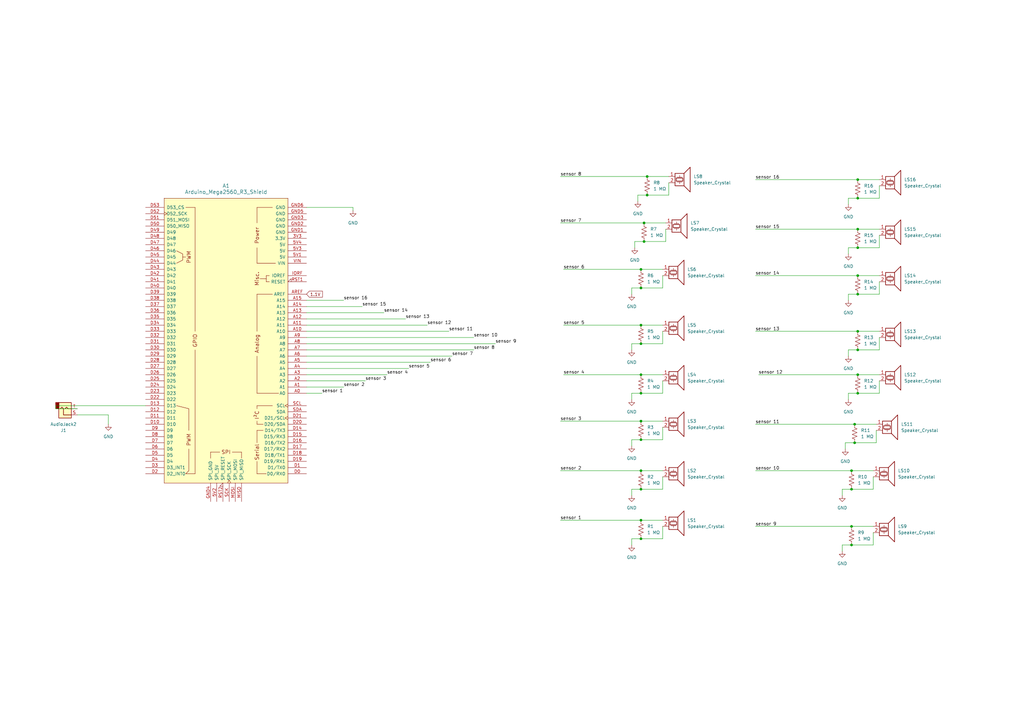
<source format=kicad_sch>
(kicad_sch (version 20230121) (generator eeschema)
  (paper "A3")
  (title_block (title "ENT3320_Schematic") (date "2024-04-09") (rev "5"))
  (lib_symbols
    (symbol "Connector_Audio:AudioJack2"
      (property "Reference" "J" (at 0 8.89 0))
      (property "Value" "AudioJack2" (at 0 6.35 0))
      (symbol "AudioJack2_0_1"
        (rectangle (start -3.81 0) (end -2.54 -2.54) (stroke (width 0.254)) (fill (type outline)))
        (rectangle (start -2.54 3.81) (end 2.54 -2.54) (stroke (width 0.254)) (fill (type background)))
        (polyline (pts (xy 0 0) (xy 0.635 -0.635) (xy 1.27 0) (xy 2.54 0)) (stroke (width 0.254)))
        (polyline (pts (xy 2.54 2.54) (xy -0.635 2.54) (xy -0.635 0) (xy -1.27 -0.635) (xy -1.905 0)) (stroke (width 0.254)))
      )
      (symbol "AudioJack2_1_1"
        (pin passive line (at 5.08 2.54 180) (length 2.54) (name "~") (number "S"))
        (pin passive line (at 5.08 0 180) (length 2.54) (name "~") (number "T"))
      )
    )
    (symbol "Device:R_US" (pin_numbers hide) (pin_names (offset 0))
      (property "Reference" "R" (at 2.54 0 90))
      (property "Value" "R_US" (at -2.54 0 90))
      (symbol "R_US_0_1"
        (polyline (pts (xy 0 -2.286) (xy 0 -2.54)))
        (polyline (pts (xy 0 2.286) (xy 0 2.54)))
        (polyline (pts (xy 0 -0.762) (xy 1.016 -1.143) (xy 0 -1.524) (xy -1.016 -1.905) (xy 0 -2.286)))
        (polyline (pts (xy 0 0.762) (xy 1.016 0.381) (xy 0 0) (xy -1.016 -0.381) (xy 0 -0.762)))
        (polyline (pts (xy 0 2.286) (xy 1.016 1.905) (xy 0 1.524) (xy -1.016 1.143) (xy 0 0.762)))
      )
      (symbol "R_US_1_1"
        (pin passive line (at 0 3.81 270) (length 1.27) (name "~") (number "1"))
        (pin passive line (at 0 -3.81 90) (length 1.27) (name "~") (number "2"))
      )
    )
    (symbol "Device:Speaker_Crystal" (pin_names (offset 0) hide)
      (property "Reference" "LS" (at 0.635 5.715 0))
      (property "Value" "Speaker_Crystal" (at 0.635 3.81 0))
      (symbol "Speaker_Crystal_0_0"
        (rectangle (start -2.54 1.27) (end 1.143 -3.81) (stroke (width 0.254)))
        (rectangle (start -2.032 -0.635) (end 0.635 -1.905) (stroke (width 0.254)))
        (polyline (pts (xy -1.651 -2.286) (xy 0.381 -2.286)))
        (polyline (pts (xy -1.651 -0.254) (xy 0.381 -0.254)))
        (polyline (pts (xy -0.635 -2.286) (xy -0.635 -3.048)))
        (polyline (pts (xy -0.635 -0.254) (xy -0.635 0.508)))
        (polyline (pts (xy 1.143 1.27) (xy 3.683 3.81) (xy 3.683 -6.35) (xy 1.143 -3.81)) (stroke (width 0.254)))
      )
      (symbol "Speaker_Crystal_1_1"
        (pin input line (at -5.08 0 0) (length 2.54) (name "1") (number "1"))
        (pin input line (at -5.08 -2.54 0) (length 2.54) (name "2") (number "2"))
      )
    )
    (symbol "PCM_arduino-library:Arduino_Mega2560_R3_Shield" (pin_names (offset 1.016))
      (property "Reference" "A" (at 0 -62.23 0))
      (property "Value" "Arduino_Mega2560_R3_Shield" (at 0 -66.04 0))
      (symbol "Arduino_Mega2560_R3_Shield_0_0"
        (rectangle (start -25.4 -58.42) (end 25.4 58.42) (fill (type background)))
        (rectangle (start -20.32 -31.75) (end -12.7 -31.75))
        (rectangle (start -19.05 -54.61) (end -12.7 -54.61))
        (rectangle (start -19.05 -19.05) (end -12.7 -19.05))
        (rectangle (start -19.05 26.67) (end -12.7 26.67))
        (rectangle (start -17.78 -26.67) (end -16.51 -26.67))
        (rectangle (start -17.78 -24.13) (end -16.51 -24.13))
        (rectangle (start -16.51 -25.4) (end -13.97 -25.4))
        (rectangle (start -16.51 -24.13) (end -16.51 -26.67))
        (rectangle (start -16.51 54.61) (end -12.7 54.61))
        (rectangle (start -15.24 34.29) (end -12.7 34.29))
        (rectangle (start -15.24 36.83) (end -12.7 36.83))
        (rectangle (start -12.7 -54.61) (end -12.7 -48.26))
        (rectangle (start -12.7 -31.75) (end -12.7 -38.1))
        (rectangle (start -12.7 26.67) (end -12.7 27.94))
        (rectangle (start -12.7 34.29) (end -12.7 33.02))
        (rectangle (start -12.7 41.91) (end -12.7 36.83))
        (rectangle (start -12.7 49.53) (end -12.7 54.61))
        (rectangle (start -6.35 48.26) (end -6.35 45.72))
        (rectangle (start -2.54 45.72) (end -6.35 45.72))
        (polyline (pts (xy -21.59 21.59) (xy -12.7 21.59)))
        (polyline (pts (xy -12.7 -19.05) (xy -12.7 -3.81)))
        (polyline (pts (xy -12.7 6.35) (xy -12.7 21.59)))
        (polyline (pts (xy 12.7 -54.61) (xy 16.51 -54.61)))
        (polyline (pts (xy 12.7 54.61) (xy 16.51 54.61)))
        (polyline (pts (xy 17.78 -34.29) (xy 16.51 -34.29)))
        (polyline (pts (xy 15.24 36.83) (xy 15.24 27.94) (xy 20.32 26.67)))
        (polyline (pts (xy 15.24 44.45) (xy 15.24 53.34) (xy 16.51 54.61)))
        (polyline (pts (xy 20.32 -31.75) (xy 17.78 -33.02) (xy 17.78 -35.56) (xy 20.32 -36.83)))
        (rectangle (start 6.35 45.72) (end 2.54 45.72))
        (rectangle (start 6.35 48.26) (end 6.35 45.72))
        (text "Analog" (at -12.7 1.27 900) (effects (font (size 1.524 1.524))))
        (text "I²C" (at -12.7 30.48 900) (effects (font (size 1.524 1.524))))
        (text "Misc." (at -12.7 -25.4 900) (effects (font (size 1.524 1.524))))
        (text "Power" (at -12.7 -43.18 900) (effects (font (size 1.524 1.524))))
        (text "PWM" (at 15.24 -34.29 900) (effects (font (size 1.524 1.524))))
        (text "PWM" (at 15.24 40.64 900) (effects (font (size 1.524 1.524))))
        (text "Serial" (at -12.7 45.72 900) (effects (font (size 1.524 1.524))))
        (text "SPI" (at 0 45.72 0) (effects (font (size 1.524 1.524))))
      )
      (symbol "Arduino_Mega2560_R3_Shield_1_0"
        (rectangle (start 12.7 -54.61) (end 12.7 -3.81))
        (rectangle (start 12.7 54.61) (end 12.7 3.81))
        (text "GPIO" (at 12.7 0 900) (effects (font (size 1.524 1.524))))
      )
      (symbol "Arduino_Mega2560_R3_Shield_1_1"
        (pin power_out line (at -33.02 -41.91 0) (length 7.62) (name "3.3V") (number "3V3"))
        (pin power_in line (at -33.02 -34.29 0) (length 7.62) (name "5V") (number "5V1"))
        (pin power_in line (at 3.81 66.04 270) (length 7.62) (name "SPI_5V") (number "5V2"))
        (pin power_in line (at -33.02 -36.83 0) (length 7.62) (name "5V") (number "5V3"))
        (pin power_in line (at -33.02 -39.37 0) (length 7.62) (name "5V") (number "5V4"))
        (pin bidirectional line (at -33.02 21.59 0) (length 7.62) (name "A0") (number "A0"))
        (pin bidirectional line (at -33.02 19.05 0) (length 7.62) (name "A1") (number "A1"))
        (pin bidirectional line (at -33.02 -3.81 0) (length 7.62) (name "A10") (number "A10"))
        (pin bidirectional line (at -33.02 -6.35 0) (length 7.62) (name "A11") (number "A11"))
        (pin bidirectional line (at -33.02 -8.89 0) (length 7.62) (name "A12") (number "A12"))
        (pin bidirectional line (at -33.02 -11.43 0) (length 7.62) (name "A13") (number "A13"))
        (pin bidirectional line (at -33.02 -13.97 0) (length 7.62) (name "A14") (number "A14"))
        (pin bidirectional line (at -33.02 -16.51 0) (length 7.62) (name "A15") (number "A15"))
        (pin bidirectional line (at -33.02 16.51 0) (length 7.62) (name "A2") (number "A2"))
        (pin bidirectional line (at -33.02 13.97 0) (length 7.62) (name "A3") (number "A3"))
        (pin bidirectional line (at -33.02 11.43 0) (length 7.62) (name "A4") (number "A4"))
        (pin bidirectional line (at -33.02 8.89 0) (length 7.62) (name "A5") (number "A5"))
        (pin bidirectional line (at -33.02 6.35 0) (length 7.62) (name "A6") (number "A6"))
        (pin bidirectional line (at -33.02 3.81 0) (length 7.62) (name "A7") (number "A7"))
        (pin bidirectional line (at -33.02 1.27 0) (length 7.62) (name "A8") (number "A8"))
        (pin bidirectional line (at -33.02 -1.27 0) (length 7.62) (name "A9") (number "A9"))
        (pin input line (at -33.02 -19.05 0) (length 7.62) (name "AREF") (number "AREF"))
        (pin bidirectional line (at -33.02 54.61 0) (length 7.62) (name "D0/RX0") (number "D0"))
        (pin bidirectional line (at -33.02 52.07 0) (length 7.62) (name "D1/TX0") (number "D1"))
        (pin bidirectional line (at 33.02 34.29 180) (length 7.62) (name "D10") (number "D10"))
        (pin bidirectional line (at 33.02 31.75 180) (length 7.62) (name "D11") (number "D11"))
        (pin bidirectional line (at 33.02 29.21 180) (length 7.62) (name "D12") (number "D12"))
        (pin bidirectional line (at 33.02 26.67 180) (length 7.62) (name "D13") (number "D13"))
        (pin bidirectional line (at -33.02 36.83 0) (length 7.62) (name "D14/TX3") (number "D14"))
        (pin bidirectional line (at -33.02 39.37 0) (length 7.62) (name "D15/RX3") (number "D15"))
        (pin bidirectional line (at -33.02 41.91 0) (length 7.62) (name "D16/TX2") (number "D16"))
        (pin bidirectional line (at -33.02 44.45 0) (length 7.62) (name "D17/RX2") (number "D17"))
        (pin bidirectional line (at -33.02 46.99 0) (length 7.62) (name "D18/TX1") (number "D18"))
        (pin bidirectional line (at -33.02 49.53 0) (length 7.62) (name "D19/RX1") (number "D19"))
        (pin bidirectional line (at 33.02 54.61 180) (length 7.62) (name "D2_INT0") (number "D2"))
        (pin bidirectional line (at -33.02 34.29 0) (length 7.62) (name "D20/SDA") (number "D20"))
        (pin bidirectional clock (at -33.02 31.75 0) (length 7.62) (name "D21/SCL") (number "D21"))
        (pin bidirectional line (at 33.02 24.13 180) (length 7.62) (name "D22") (number "D22"))
        (pin bidirectional line (at 33.02 21.59 180) (length 7.62) (name "D23") (number "D23"))
        (pin bidirectional line (at 33.02 19.05 180) (length 7.62) (name "D24") (number "D24"))
        (pin bidirectional line (at 33.02 16.51 180) (length 7.62) (name "D25") (number "D25"))
        (pin bidirectional line (at 33.02 13.97 180) (length 7.62) (name "D26") (number "D26"))
        (pin bidirectional line (at 33.02 11.43 180) (length 7.62) (name "D27") (number "D27"))
        (pin bidirectional line (at 33.02 8.89 180) (length 7.62) (name "D28") (number "D28"))
        (pin bidirectional line (at 33.02 6.35 180) (length 7.62) (name "D29") (number "D29"))
        (pin bidirectional line (at 33.02 52.07 180) (length 7.62) (name "D3_INT1") (number "D3"))
        (pin bidirectional line (at 33.02 3.81 180) (length 7.62) (name "D30") (number "D30"))
        (pin bidirectional line (at 33.02 1.27 180) (length 7.62) (name "D31") (number "D31"))
        (pin bidirectional line (at 33.02 -1.27 180) (length 7.62) (name "D32") (number "D32"))
        (pin bidirectional line (at 33.02 -3.81 180) (length 7.62) (name "D33") (number "D33"))
        (pin bidirectional line (at 33.02 -6.35 180) (length 7.62) (name "D34") (number "D34"))
        (pin bidirectional line (at 33.02 -8.89 180) (length 7.62) (name "D35") (number "D35"))
        (pin bidirectional line (at 33.02 -11.43 180) (length 7.62) (name "D36") (number "D36"))
        (pin bidirectional line (at 33.02 -13.97 180) (length 7.62) (name "D37") (number "D37"))
        (pin bidirectional line (at 33.02 -16.51 180) (length 7.62) (name "D38") (number "D38"))
        (pin bidirectional line (at 33.02 -19.05 180) (length 7.62) (name "D39") (number "D39"))
        (pin bidirectional line (at 33.02 49.53 180) (length 7.62) (name "D4") (number "D4"))
        (pin bidirectional line (at 33.02 -21.59 180) (length 7.62) (name "D40") (number "D40"))
        (pin bidirectional line (at 33.02 -24.13 180) (length 7.62) (name "D41") (number "D41"))
        (pin bidirectional line (at 33.02 -26.67 180) (length 7.62) (name "D42") (number "D42"))
        (pin bidirectional line (at 33.02 -29.21 180) (length 7.62) (name "D43") (number "D43"))
        (pin bidirectional line (at 33.02 -31.75 180) (length 7.62) (name "D44") (number "D44"))
        (pin bidirectional line (at 33.02 -34.29 180) (length 7.62) (name "D45") (number "D45"))
        (pin bidirectional line (at 33.02 -36.83 180) (length 7.62) (name "D46") (number "D46"))
        (pin bidirectional line (at 33.02 -39.37 180) (length 7.62) (name "D47") (number "D47"))
        (pin bidirectional line (at 33.02 -41.91 180) (length 7.62) (name "D48") (number "D48"))
        (pin bidirectional line (at 33.02 -44.45 180) (length 7.62) (name "D49") (number "D49"))
        (pin bidirectional line (at 33.02 46.99 180) (length 7.62) (name "D5") (number "D5"))
        (pin bidirectional line (at 33.02 -46.99 180) (length 7.62) (name "D50_MISO") (number "D50"))
        (pin bidirectional line (at 33.02 -49.53 180) (length 7.62) (name "D51_MOSI") (number "D51"))
        (pin bidirectional clock (at 33.02 -52.07 180) (length 7.62) (name "D52_SCK") (number "D52"))
        (pin bidirectional line (at 33.02 -54.61 180) (length 7.62) (name "D53_CS") (number "D53"))
        (pin bidirectional line (at 33.02 44.45 180) (length 7.62) (name "D6") (number "D6"))
        (pin bidirectional line (at 33.02 41.91 180) (length 7.62) (name "D7") (number "D7"))
        (pin bidirectional line (at 33.02 39.37 180) (length 7.62) (name "D8") (number "D8"))
        (pin bidirectional line (at 33.02 36.83 180) (length 7.62) (name "D9") (number "D9"))
        (pin power_in line (at -33.02 -44.45 0) (length 7.62) (name "GND") (number "GND1"))
        (pin power_in line (at -33.02 -46.99 0) (length 7.62) (name "GND") (number "GND2"))
        (pin power_in line (at -33.02 -49.53 0) (length 7.62) (name "GND") (number "GND3"))
        (pin power_in line (at 6.35 66.04 270) (length 7.62) (name "SPI_GND") (number "GND4"))
        (pin power_in line (at -33.02 -52.07 0) (length 7.62) (name "GND") (number "GND5"))
        (pin power_in line (at -33.02 -54.61 0) (length 7.62) (name "GND") (number "GND6"))
        (pin output line (at -33.02 -26.67 0) (length 7.62) (name "IOREF") (number "IORF"))
        (pin input line (at -6.35 66.04 270) (length 7.62) (name "SPI_MISO") (number "MISO"))
        (pin output line (at -3.81 66.04 270) (length 7.62) (name "SPI_MOSI") (number "MOSI"))
        (pin open_collector input_low (at -33.02 -24.13 0) (length 7.62) (name "RESET") (number "RST1"))
        (pin open_collector input_low (at 1.27 66.04 270) (length 7.62) (name "SPI_RESET") (number "RST2"))
        (pin output clock (at -1.27 66.04 270) (length 7.62) (name "SPI_SCK") (number "SCK"))
        (pin bidirectional clock (at -33.02 26.67 0) (length 7.62) (name "SCL") (number "SCL"))
        (pin bidirectional line (at -33.02 29.21 0) (length 7.62) (name "SDA") (number "SDA"))
        (pin power_in line (at -33.02 -31.75 0) (length 7.62) (name "VIN") (number "VIN"))
      )
    )
    (symbol "power:GND" (power) (pin_names (offset 0))
      (property "Value" "GND" (at 0 -3.81 0))
      (symbol "GND_0_1"
        (polyline (pts (xy 0 0) (xy 0 -1.27) (xy 1.27 -1.27) (xy 0 -2.54) (xy -1.27 -1.27) (xy 0 -1.27)))
      )
      (symbol "GND_1_1"
        (pin power_in line (at 0 0 270) (length 0) hide (name "GND") (number "1"))
      )
    )
  )
  (junction (at 262.89 161.29))
  (junction (at 262.89 213.36))
  (junction (at 351.79 135.89))
  (junction (at 262.89 110.49))
  (junction (at 351.79 101.6))
  (junction (at 350.52 173.99))
  (junction (at 351.79 120.65))
  (junction (at 262.89 193.04))
  (junction (at 349.25 193.04))
  (junction (at 351.79 161.29))
  (junction (at 262.89 133.35))
  (junction (at 351.79 73.66))
  (junction (at 265.43 72.39))
  (junction (at 265.43 80.01))
  (junction (at 262.89 200.66))
  (junction (at 351.79 81.28))
  (junction (at 351.79 143.51))
  (junction (at 349.25 200.66))
  (junction (at 351.79 93.98))
  (junction (at 262.89 180.34))
  (junction (at 262.89 118.11))
  (junction (at 351.79 113.03))
  (junction (at 262.89 153.67))
  (junction (at 351.79 153.67))
  (junction (at 264.16 99.06))
  (junction (at 262.89 140.97))
  (junction (at 262.89 220.98))
  (junction (at 349.25 215.9))
  (junction (at 349.25 223.52))
  (junction (at 264.16 91.44))
  (junction (at 262.89 172.72))
  (junction (at 350.52 181.61))
  (wire (pts (xy 271.78 220.98) (xy 271.78 215.9)))
  (wire (pts (xy 360.68 101.6) (xy 360.68 96.52)))
  (wire (pts (xy 271.78 140.97) (xy 271.78 135.89)))
  (wire (pts (xy 262.89 200.66) (xy 259.08 200.66)))
  (wire (pts (xy 309.88 113.03) (xy 351.79 113.03)))
  (wire (pts (xy 351.79 120.65) (xy 347.98 120.65)))
  (wire (pts (xy 360.68 81.28) (xy 360.68 76.2)))
  (wire (pts (xy 347.98 101.6) (xy 347.98 104.14)))
  (wire (pts (xy 265.43 72.39) (xy 274.32 72.39)))
  (wire (pts (xy 351.79 73.66) (xy 360.68 73.66)))
  (wire (pts (xy 229.87 193.04) (xy 262.89 193.04)))
  (wire (pts (xy 309.88 93.98) (xy 351.79 93.98)))
  (wire (pts (xy 347.98 161.29) (xy 347.98 163.83)))
  (wire (pts (xy 350.52 173.99) (xy 359.41 173.99)))
  (wire (pts (xy 262.89 161.29) (xy 271.78 161.29)))
  (wire (pts (xy 125.73 133.35) (xy 175.26 133.35)))
  (wire (pts (xy 229.87 72.39) (xy 265.43 72.39)))
  (wire (pts (xy 125.73 125.73) (xy 148.59 125.73)))
  (wire (pts (xy 31.75 167.64) (xy 22.86 167.64)))
  (wire (pts (xy 273.05 99.06) (xy 273.05 93.98)))
  (wire (pts (xy 44.45 170.18) (xy 44.45 173.99)))
  (wire (pts (xy 359.41 181.61) (xy 359.41 176.53)))
  (wire (pts (xy 351.79 120.65) (xy 360.68 120.65)))
  (wire (pts (xy 349.25 200.66) (xy 358.14 200.66)))
  (wire (pts (xy 125.73 138.43) (xy 194.31 138.43)))
  (wire (pts (xy 125.73 135.89) (xy 184.15 135.89)))
  (wire (pts (xy 262.89 193.04) (xy 271.78 193.04)))
  (wire (pts (xy 345.44 223.52) (xy 345.44 226.06)))
  (wire (pts (xy 144.78 85.09) (xy 144.78 86.36)))
  (wire (pts (xy 262.89 133.35) (xy 271.78 133.35)))
  (wire (pts (xy 271.78 118.11) (xy 271.78 113.03)))
  (wire (pts (xy 260.35 99.06) (xy 260.35 101.6)))
  (wire (pts (xy 259.08 200.66) (xy 259.08 203.2)))
  (wire (pts (xy 351.79 143.51) (xy 347.98 143.51)))
  (wire (pts (xy 125.73 128.27) (xy 157.48 128.27)))
  (wire (pts (xy 125.73 151.13) (xy 167.64 151.13)))
  (wire (pts (xy 125.73 143.51) (xy 194.31 143.51)))
  (wire (pts (xy 309.88 215.9) (xy 349.25 215.9)))
  (wire (pts (xy 259.08 118.11) (xy 259.08 120.65)))
  (wire (pts (xy 358.14 223.52) (xy 358.14 218.44)))
  (wire (pts (xy 125.73 158.75) (xy 140.97 158.75)))
  (wire (pts (xy 311.15 153.67) (xy 351.79 153.67)))
  (wire (pts (xy 349.25 223.52) (xy 345.44 223.52)))
  (wire (pts (xy 262.89 118.11) (xy 271.78 118.11)))
  (wire (pts (xy 274.32 80.01) (xy 274.32 74.93)))
  (wire (pts (xy 262.89 172.72) (xy 271.78 172.72)))
  (wire (pts (xy 229.87 91.44) (xy 264.16 91.44)))
  (wire (pts (xy 259.08 180.34) (xy 259.08 182.88)))
  (wire (pts (xy 351.79 101.6) (xy 360.68 101.6)))
  (wire (pts (xy 360.68 161.29) (xy 360.68 156.21)))
  (wire (pts (xy 264.16 99.06) (xy 273.05 99.06)))
  (wire (pts (xy 262.89 220.98) (xy 271.78 220.98)))
  (wire (pts (xy 271.78 161.29) (xy 271.78 156.21)))
  (wire (pts (xy 125.73 148.59) (xy 176.53 148.59)))
  (wire (pts (xy 125.73 156.21) (xy 149.86 156.21)))
  (wire (pts (xy 347.98 81.28) (xy 347.98 83.82)))
  (wire (pts (xy 22.86 167.64) (xy 22.86 166.37)))
  (wire (pts (xy 262.89 220.98) (xy 259.08 220.98)))
  (wire (pts (xy 125.73 123.19) (xy 140.97 123.19)))
  (wire (pts (xy 265.43 80.01) (xy 274.32 80.01)))
  (wire (pts (xy 351.79 81.28) (xy 347.98 81.28)))
  (wire (pts (xy 309.88 135.89) (xy 351.79 135.89)))
  (wire (pts (xy 309.88 193.04) (xy 349.25 193.04)))
  (wire (pts (xy 262.89 200.66) (xy 271.78 200.66)))
  (wire (pts (xy 351.79 113.03) (xy 360.68 113.03)))
  (wire (pts (xy 125.73 161.29) (xy 132.08 161.29)))
  (wire (pts (xy 345.44 200.66) (xy 345.44 203.2)))
  (wire (pts (xy 346.71 181.61) (xy 346.71 184.15)))
  (wire (pts (xy 351.79 93.98) (xy 360.68 93.98)))
  (wire (pts (xy 231.14 153.67) (xy 262.89 153.67)))
  (wire (pts (xy 351.79 143.51) (xy 360.68 143.51)))
  (wire (pts (xy 309.88 173.99) (xy 350.52 173.99)))
  (wire (pts (xy 229.87 213.36) (xy 262.89 213.36)))
  (wire (pts (xy 229.87 172.72) (xy 262.89 172.72)))
  (wire (pts (xy 125.73 153.67) (xy 158.75 153.67)))
  (wire (pts (xy 349.25 223.52) (xy 358.14 223.52)))
  (wire (pts (xy 349.25 200.66) (xy 345.44 200.66)))
  (wire (pts (xy 125.73 85.09) (xy 144.78 85.09)))
  (wire (pts (xy 259.08 140.97) (xy 259.08 143.51)))
  (wire (pts (xy 262.89 180.34) (xy 271.78 180.34)))
  (wire (pts (xy 350.52 181.61) (xy 346.71 181.61)))
  (wire (pts (xy 351.79 153.67) (xy 360.68 153.67)))
  (wire (pts (xy 262.89 180.34) (xy 259.08 180.34)))
  (wire (pts (xy 351.79 135.89) (xy 360.68 135.89)))
  (wire (pts (xy 264.16 99.06) (xy 260.35 99.06)))
  (wire (pts (xy 261.62 80.01) (xy 261.62 82.55)))
  (wire (pts (xy 351.79 81.28) (xy 360.68 81.28)))
  (wire (pts (xy 351.79 161.29) (xy 360.68 161.29)))
  (wire (pts (xy 262.89 140.97) (xy 271.78 140.97)))
  (wire (pts (xy 360.68 120.65) (xy 360.68 115.57)))
  (wire (pts (xy 125.73 130.81) (xy 166.37 130.81)))
  (wire (pts (xy 309.88 73.66) (xy 351.79 73.66)))
  (wire (pts (xy 347.98 143.51) (xy 347.98 146.05)))
  (wire (pts (xy 264.16 91.44) (xy 273.05 91.44)))
  (wire (pts (xy 347.98 120.65) (xy 347.98 123.19)))
  (wire (pts (xy 262.89 118.11) (xy 259.08 118.11)))
  (wire (pts (xy 259.08 161.29) (xy 259.08 163.83)))
  (wire (pts (xy 358.14 200.66) (xy 358.14 195.58)))
  (wire (pts (xy 259.08 220.98) (xy 259.08 223.52)))
  (wire (pts (xy 262.89 213.36) (xy 271.78 213.36)))
  (wire (pts (xy 262.89 110.49) (xy 271.78 110.49)))
  (wire (pts (xy 125.73 140.97) (xy 203.2 140.97)))
  (wire (pts (xy 271.78 180.34) (xy 271.78 175.26)))
  (wire (pts (xy 271.78 200.66) (xy 271.78 195.58)))
  (wire (pts (xy 125.73 146.05) (xy 185.42 146.05)))
  (wire (pts (xy 262.89 140.97) (xy 259.08 140.97)))
  (wire (pts (xy 349.25 215.9) (xy 358.14 215.9)))
  (wire (pts (xy 351.79 161.29) (xy 347.98 161.29)))
  (wire (pts (xy 31.75 170.18) (xy 44.45 170.18)))
  (wire (pts (xy 262.89 153.67) (xy 271.78 153.67)))
  (wire (pts (xy 231.14 110.49) (xy 262.89 110.49)))
  (wire (pts (xy 265.43 80.01) (xy 261.62 80.01)))
  (wire (pts (xy 22.86 166.37) (xy 59.69 166.37)))
  (wire (pts (xy 351.79 101.6) (xy 347.98 101.6)))
  (wire (pts (xy 360.68 143.51) (xy 360.68 138.43)))
  (wire (pts (xy 262.89 161.29) (xy 259.08 161.29)))
  (wire (pts (xy 231.14 133.35) (xy 262.89 133.35)))
  (wire (pts (xy 350.52 181.61) (xy 359.41 181.61)))
  (wire (pts (xy 349.25 193.04) (xy 358.14 193.04)))
  (label "sensor 7" (at 185.42 146.05 0))
  (label "sensor 4" (at 231.14 153.67 0))
  (label "sensor 15" (at 309.88 93.98 0))
  (label "sensor 6" (at 176.53 148.59 0))
  (label "sensor 6" (at 231.14 110.49 0))
  (label "sensor 16" (at 309.88 73.66 0))
  (label "sensor 14" (at 157.48 128.27 0))
  (label "sensor 7" (at 229.87 91.44 0))
  (label "sensor 15" (at 148.59 125.73 0))
  (label "sensor 2" (at 140.97 158.75 0))
  (label "sensor 13" (at 309.88 135.89 0))
  (label "sensor 10" (at 309.88 193.04 0))
  (label "sensor 2" (at 229.87 193.04 0))
  (label "sensor 9" (at 309.88 215.9 0))
  (label "sensor 13" (at 166.37 130.81 0))
  (label "sensor 4" (at 158.75 153.67 0))
  (label "sensor 1" (at 132.08 161.29 0))
  (label "sensor 12" (at 175.26 133.35 0))
  (label "sensor 8" (at 229.87 72.39 0))
  (label "sensor 1" (at 229.87 213.36 0))
  (label "sensor 5" (at 167.64 151.13 0))
  (label "sensor 5" (at 231.14 133.35 0))
  (label "sensor 3" (at 229.87 172.72 0))
  (label "sensor 14" (at 309.88 113.03 0))
  (label "sensor 12" (at 311.15 153.67 0))
  (label "sensor 11" (at 309.88 173.99 0))
  (label "sensor 16" (at 140.97 123.19 0))
  (label "sensor 8" (at 194.31 143.51 0))
  (label "sensor 11" (at 184.15 135.89 0))
  (label "sensor 3" (at 149.86 156.21 0))
  (label "sensor 9" (at 203.2 140.97 0))
  (label "sensor 10" (at 194.31 138.43 0))
  (global_label "1.1V" (shape input) (at 125.73 120.65 0) (property "Intersheetrefs" "${INTERSHEET_REFS}" (effects hide)))
  (symbol (lib_id "power:GND") (at 259.08 120.65 0) (unit 1)
    (property "Reference" "#PWR06" (effects hide))
    (property "Value" "GND" (at 259.08 125.73 0))
  )
  (symbol (lib_id "power:GND") (at 347.98 104.14 0) (unit 1)
    (property "Reference" "#PWR017" (effects hide))
    (property "Value" "GND" (at 347.98 109.22 0))
  )
  (symbol (lib_id "Device:R_US") (at 350.52 177.8 0) (unit 1)
    (property "Reference" "R11" (at 353.06 176.53 0) (effects (justify left)))
    (property "Value" "1 MΩ" (at 353.06 179.07 0) (effects (justify left)))
  )
  (symbol (lib_id "Device:Speaker_Crystal") (at 365.76 113.03 0) (unit 1)
    (property "Reference" "LS14" (at 370.84 113.03 0) (effects (justify left)))
    (property "Value" "Speaker_Crystal" (at 370.84 115.57 0) (effects (justify left)))
  )
  (symbol (lib_id "Device:R_US") (at 262.89 137.16 0) (unit 1)
    (property "Reference" "R5" (at 265.43 135.89 0) (effects (justify left)))
    (property "Value" "1 MΩ" (at 265.43 138.43 0) (effects (justify left)))
  )
  (symbol (lib_id "power:GND") (at 347.98 163.83 0) (unit 1)
    (property "Reference" "#PWR014" (effects hide))
    (property "Value" "GND" (at 347.98 168.91 0))
  )
  (symbol (lib_id "Device:R_US") (at 262.89 217.17 0) (unit 1)
    (property "Reference" "R1" (at 265.43 215.9 0) (effects (justify left)))
    (property "Value" "1 MΩ" (at 265.43 218.44 0) (effects (justify left)))
  )
  (symbol (lib_id "Device:Speaker_Crystal") (at 364.49 173.99 0) (unit 1)
    (property "Reference" "LS11" (at 369.57 173.99 0) (effects (justify left)))
    (property "Value" "Speaker_Crystal" (at 369.57 176.53 0) (effects (justify left)))
  )
  (symbol (lib_id "Device:Speaker_Crystal") (at 365.76 153.67 0) (unit 1)
    (property "Reference" "LS12" (at 370.84 153.67 0) (effects (justify left)))
    (property "Value" "Speaker_Crystal" (at 370.84 156.21 0) (effects (justify left)))
  )
  (symbol (lib_id "Device:R_US") (at 265.43 76.2 0) (unit 1)
    (property "Reference" "R8" (at 267.97 74.93 0) (effects (justify left)))
    (property "Value" "1 MΩ" (at 267.97 77.47 0) (effects (justify left)))
  )
  (symbol (lib_id "power:GND") (at 346.71 184.15 0) (unit 1)
    (property "Reference" "#PWR012" (effects hide))
    (property "Value" "GND" (at 346.71 189.23 0))
  )
  (symbol (lib_id "power:GND") (at 347.98 146.05 0) (unit 1)
    (property "Reference" "#PWR016" (effects hide))
    (property "Value" "GND" (at 347.98 151.13 0))
  )
  (symbol (lib_id "Device:R_US") (at 351.79 97.79 0) (unit 1)
    (property "Reference" "R15" (at 354.33 96.52 0) (effects (justify left)))
    (property "Value" "1 MΩ" (at 354.33 99.06 0) (effects (justify left)))
  )
  (symbol (lib_id "Device:Speaker_Crystal") (at 278.13 91.44 0) (unit 1)
    (property "Reference" "LS7" (at 283.21 91.44 0) (effects (justify left)))
    (property "Value" "Speaker_Crystal" (at 283.21 93.98 0) (effects (justify left)))
  )
  (symbol (lib_id "Device:R_US") (at 351.79 139.7 0) (unit 1)
    (property "Reference" "R13" (at 354.33 138.43 0) (effects (justify left)))
    (property "Value" "1 MΩ" (at 354.33 140.97 0) (effects (justify left)))
  )
  (symbol (lib_id "Device:R_US") (at 262.89 176.53 0) (unit 1)
    (property "Reference" "R3" (at 265.43 175.26 0) (effects (justify left)))
    (property "Value" "1 MΩ" (at 265.43 177.8 0) (effects (justify left)))
  )
  (symbol (lib_id "power:GND") (at 44.45 173.99 0) (unit 1)
    (property "Reference" "#PWR013" (effects hide))
    (property "Value" "GND" (at 44.45 179.07 0))
  )
  (symbol (lib_id "power:GND") (at 345.44 203.2 0) (unit 1)
    (property "Reference" "#PWR010" (effects hide))
    (property "Value" "GND" (at 345.44 208.28 0))
  )
  (symbol (lib_id "power:GND") (at 259.08 163.83 0) (unit 1)
    (property "Reference" "#PWR09" (effects hide))
    (property "Value" "GND" (at 259.08 168.91 0))
  )
  (symbol (lib_id "Device:R_US") (at 349.25 219.71 0) (unit 1)
    (property "Reference" "R9" (at 351.79 218.44 0) (effects (justify left)))
    (property "Value" "1 MΩ" (at 351.79 220.98 0) (effects (justify left)))
  )
  (symbol (lib_id "Device:R_US") (at 351.79 157.48 0) (unit 1)
    (property "Reference" "R12" (at 354.33 156.21 0) (effects (justify left)))
    (property "Value" "1 MΩ" (at 354.33 158.75 0) (effects (justify left)))
  )
  (symbol (lib_id "power:GND") (at 347.98 83.82 0) (unit 1)
    (property "Reference" "#PWR018" (effects hide))
    (property "Value" "GND" (at 347.98 88.9 0))
  )
  (symbol (lib_id "Device:Speaker_Crystal") (at 276.86 172.72 0) (unit 1)
    (property "Reference" "LS3" (at 281.94 172.72 0) (effects (justify left)))
    (property "Value" "Speaker_Crystal" (at 281.94 175.26 0) (effects (justify left)))
  )
  (symbol (lib_id "power:GND") (at 259.08 223.52 0) (unit 1)
    (property "Reference" "#PWR02" (effects hide))
    (property "Value" "GND" (at 259.08 228.6 0))
  )
  (symbol (lib_id "PCM_arduino-library:Arduino_Mega2560_R3_Shield") (at 92.71 139.7 180) (unit 1)
    (property "Reference" "A1" (at 92.71 76.2 0) (effects (font (size 1.524 1.524))))
    (property "Value" "Arduino_Mega2560_R3_Shield" (at 92.71 78.74 0) (effects (font (size 1.524 1.524))))
    (property "Footprint" "PCM_arduino-library:Arduino_Mega2560_R3_Shield" (effects hide))
    (property "Datasheet" "https://docs.arduino.cc/hardware/mega-2560" (effects hide))
  )
  (symbol (lib_id "power:GND") (at 261.62 82.55 0) (unit 1)
    (property "Reference" "#PWR08" (effects hide))
    (property "Value" "GND" (at 261.62 87.63 0))
  )
  (symbol (lib_id "Device:R_US") (at 264.16 95.25 0) (unit 1)
    (property "Reference" "R7" (at 266.7 93.98 0) (effects (justify left)))
    (property "Value" "1 MΩ" (at 266.7 96.52 0) (effects (justify left)))
  )
  (symbol (lib_id "Device:Speaker_Crystal") (at 365.76 93.98 0) (unit 1)
    (property "Reference" "LS15" (at 370.84 93.98 0) (effects (justify left)))
    (property "Value" "Speaker_Crystal" (at 370.84 96.52 0) (effects (justify left)))
  )
  (symbol (lib_id "Device:Speaker_Crystal") (at 276.86 153.67 0) (unit 1)
    (property "Reference" "LS4" (at 281.94 153.67 0) (effects (justify left)))
    (property "Value" "Speaker_Crystal" (at 281.94 156.21 0) (effects (justify left)))
  )
  (symbol (lib_id "Device:R_US") (at 351.79 116.84 0) (unit 1)
    (property "Reference" "R14" (at 354.33 115.57 0) (effects (justify left)))
    (property "Value" "1 MΩ" (at 354.33 118.11 0) (effects (justify left)))
  )
  (symbol (lib_id "Device:Speaker_Crystal") (at 276.86 133.35 0) (unit 1)
    (property "Reference" "LS5" (at 281.94 133.35 0) (effects (justify left)))
    (property "Value" "Speaker_Crystal" (at 281.94 135.89 0) (effects (justify left)))
  )
  (symbol (lib_id "power:GND") (at 347.98 123.19 0) (unit 1)
    (property "Reference" "#PWR015" (effects hide))
    (property "Value" "GND" (at 347.98 128.27 0))
  )
  (symbol (lib_id "power:GND") (at 260.35 101.6 0) (unit 1)
    (property "Reference" "#PWR07" (effects hide))
    (property "Value" "GND" (at 260.35 106.68 0))
  )
  (symbol (lib_id "power:GND") (at 259.08 182.88 0) (unit 1)
    (property "Reference" "#PWR04" (effects hide))
    (property "Value" "GND" (at 259.08 187.96 0))
  )
  (symbol (lib_id "Device:R_US") (at 262.89 196.85 0) (unit 1)
    (property "Reference" "R2" (at 265.43 195.58 0) (effects (justify left)))
    (property "Value" "1 MΩ" (at 265.43 198.12 0) (effects (justify left)))
  )
  (symbol (lib_id "Connector_Audio:AudioJack2") (at 26.67 167.64 0) (mirror x) (unit 1)
    (property "Reference" "J1" (at 26.035 176.53 0))
    (property "Value" "AudioJack2" (at 26.035 173.99 0))
  )
  (symbol (lib_id "Device:R_US") (at 262.89 157.48 0) (unit 1)
    (property "Reference" "R4" (at 265.43 156.21 0) (effects (justify left)))
    (property "Value" "1 MΩ" (at 265.43 158.75 0) (effects (justify left)))
  )
  (symbol (lib_id "Device:R_US") (at 351.79 77.47 0) (unit 1)
    (property "Reference" "R16" (at 354.33 76.2 0) (effects (justify left)))
    (property "Value" "1 MΩ" (at 354.33 78.74 0) (effects (justify left)))
  )
  (symbol (lib_id "Device:Speaker_Crystal") (at 276.86 213.36 0) (unit 1)
    (property "Reference" "LS1" (at 281.94 213.36 0) (effects (justify left)))
    (property "Value" "Speaker_Crystal" (at 281.94 215.9 0) (effects (justify left)))
  )
  (symbol (lib_id "Device:Speaker_Crystal") (at 363.22 215.9 0) (unit 1)
    (property "Reference" "LS9" (at 368.3 215.9 0) (effects (justify left)))
    (property "Value" "Speaker_Crystal" (at 368.3 218.44 0) (effects (justify left)))
  )
  (symbol (lib_id "Device:Speaker_Crystal") (at 365.76 73.66 0) (unit 1)
    (property "Reference" "LS16" (at 370.84 73.66 0) (effects (justify left)))
    (property "Value" "Speaker_Crystal" (at 370.84 76.2 0) (effects (justify left)))
  )
  (symbol (lib_id "Device:Speaker_Crystal") (at 276.86 110.49 0) (unit 1)
    (property "Reference" "LS6" (at 281.94 110.49 0) (effects (justify left)))
    (property "Value" "Speaker_Crystal" (at 281.94 113.03 0) (effects (justify left)))
  )
  (symbol (lib_id "power:GND") (at 345.44 226.06 0) (unit 1)
    (property "Reference" "#PWR011" (effects hide))
    (property "Value" "GND" (at 345.44 231.14 0))
  )
  (symbol (lib_id "Device:R_US") (at 262.89 114.3 0) (unit 1)
    (property "Reference" "R6" (at 265.43 113.03 0) (effects (justify left)))
    (property "Value" "1 MΩ" (at 265.43 115.57 0) (effects (justify left)))
  )
  (symbol (lib_id "Device:Speaker_Crystal") (at 279.4 72.39 0) (unit 1)
    (property "Reference" "LS8" (at 284.48 72.39 0) (effects (justify left)))
    (property "Value" "Speaker_Crystal" (at 284.48 74.93 0) (effects (justify left)))
  )
  (symbol (lib_id "power:GND") (at 259.08 143.51 0) (unit 1)
    (property "Reference" "#PWR05" (effects hide))
    (property "Value" "GND" (at 259.08 148.59 0))
  )
  (symbol (lib_id "power:GND") (at 144.78 86.36 0) (unit 1)
    (property "Reference" "#PWR01" (effects hide))
    (property "Value" "GND" (at 144.78 91.44 0))
  )
  (symbol (lib_id "Device:Speaker_Crystal") (at 363.22 193.04 0) (unit 1)
    (property "Reference" "LS10" (at 368.3 193.04 0) (effects (justify left)))
    (property "Value" "Speaker_Crystal" (at 368.3 195.58 0) (effects (justify left)))
  )
  (symbol (lib_id "power:GND") (at 259.08 203.2 0) (unit 1)
    (property "Reference" "#PWR03" (effects hide))
    (property "Value" "GND" (at 259.08 208.28 0))
  )
  (symbol (lib_id "Device:Speaker_Crystal") (at 365.76 135.89 0) (unit 1)
    (property "Reference" "LS13" (at 370.84 135.89 0) (effects (justify left)))
    (property "Value" "Speaker_Crystal" (at 370.84 138.43 0) (effects (justify left)))
  )
  (symbol (lib_id "Device:R_US") (at 349.25 196.85 0) (unit 1)
    (property "Reference" "R10" (at 351.79 195.58 0) (effects (justify left)))
    (property "Value" "1 MΩ" (at 351.79 198.12 0) (effects (justify left)))
  )
  (symbol (lib_id "Device:Speaker_Crystal") (at 276.86 193.04 0) (unit 1)
    (property "Reference" "LS2" (at 281.94 193.04 0) (effects (justify left)))
    (property "Value" "Speaker_Crystal" (at 281.94 195.58 0) (effects (justify left)))
  )
)
</source>
